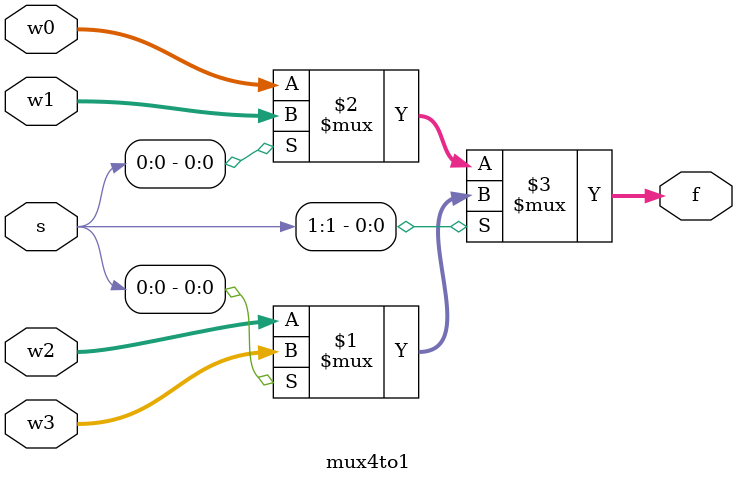
<source format=v>
module mux4to1(w0, w1, w2, w3, s, f);
input [7:0] w0, w1, w2, w3;
input [1:0] s;
output [7:0] f;
assign f = s[1] ? (s[0] ? w3 : w2) : (s[0] ? w1 : w0);
endmodule

</source>
